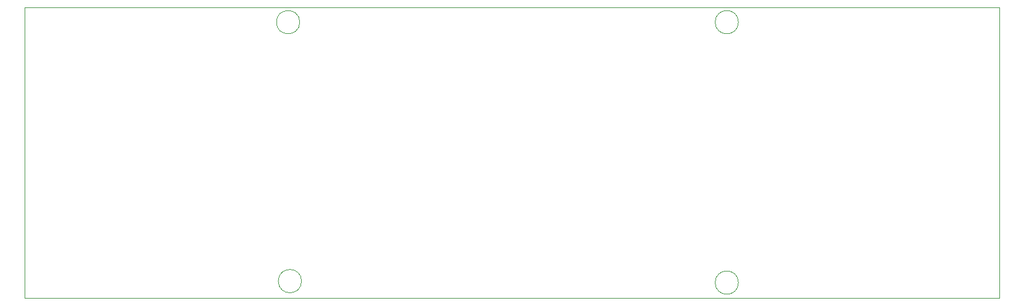
<source format=gbr>
G04 #@! TF.GenerationSoftware,KiCad,Pcbnew,(5.1.5)-3*
G04 #@! TF.CreationDate,2020-07-06T01:22:07-04:00*
G04 #@! TF.ProjectId,Master_slave Connector,4d617374-6572-45f7-936c-61766520436f,rev?*
G04 #@! TF.SameCoordinates,Original*
G04 #@! TF.FileFunction,Profile,NP*
%FSLAX46Y46*%
G04 Gerber Fmt 4.6, Leading zero omitted, Abs format (unit mm)*
G04 Created by KiCad (PCBNEW (5.1.5)-3) date 2020-07-06 01:22:07*
%MOMM*%
%LPD*%
G04 APERTURE LIST*
%ADD10C,0.120000*%
G04 APERTURE END LIST*
D10*
X180162000Y-115316000D02*
G75*
G03X180162000Y-115316000I-1600000J0D01*
G01*
X180162000Y-79502000D02*
G75*
G03X180162000Y-79502000I-1600000J0D01*
G01*
X119837000Y-79502000D02*
G75*
G03X119837000Y-79502000I-1600000J0D01*
G01*
X120091000Y-115113000D02*
G75*
G03X120091000Y-115113000I-1600000J0D01*
G01*
X82042000Y-77470000D02*
X82042000Y-117470000D01*
X82042000Y-77470000D02*
X216042000Y-77470000D01*
X216042000Y-77470000D02*
X216042000Y-117470000D01*
X82042000Y-117470000D02*
X216042000Y-117470000D01*
M02*

</source>
